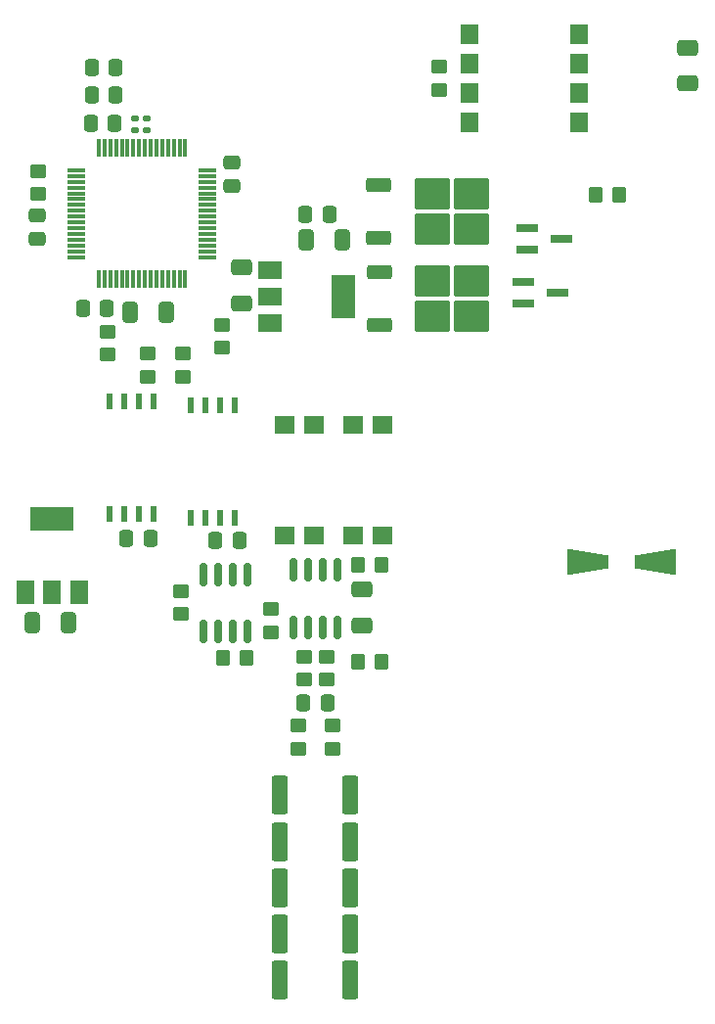
<source format=gbr>
%TF.GenerationSoftware,KiCad,Pcbnew,7.0.9*%
%TF.CreationDate,2024-06-20T22:38:46+05:30*%
%TF.ProjectId,BMS_Master,424d535f-4d61-4737-9465-722e6b696361,rev?*%
%TF.SameCoordinates,Original*%
%TF.FileFunction,Paste,Top*%
%TF.FilePolarity,Positive*%
%FSLAX46Y46*%
G04 Gerber Fmt 4.6, Leading zero omitted, Abs format (unit mm)*
G04 Created by KiCad (PCBNEW 7.0.9) date 2024-06-20 22:38:46*
%MOMM*%
%LPD*%
G01*
G04 APERTURE LIST*
G04 Aperture macros list*
%AMRoundRect*
0 Rectangle with rounded corners*
0 $1 Rounding radius*
0 $2 $3 $4 $5 $6 $7 $8 $9 X,Y pos of 4 corners*
0 Add a 4 corners polygon primitive as box body*
4,1,4,$2,$3,$4,$5,$6,$7,$8,$9,$2,$3,0*
0 Add four circle primitives for the rounded corners*
1,1,$1+$1,$2,$3*
1,1,$1+$1,$4,$5*
1,1,$1+$1,$6,$7*
1,1,$1+$1,$8,$9*
0 Add four rect primitives between the rounded corners*
20,1,$1+$1,$2,$3,$4,$5,0*
20,1,$1+$1,$4,$5,$6,$7,0*
20,1,$1+$1,$6,$7,$8,$9,0*
20,1,$1+$1,$8,$9,$2,$3,0*%
%AMOutline4P*
0 Free polygon, 4 corners , with rotation*
0 The origin of the aperture is its center*
0 number of corners: always 4*
0 $1 to $8 corner X, Y*
0 $9 Rotation angle, in degrees counterclockwise*
0 create outline with 4 corners*
4,1,4,$1,$2,$3,$4,$5,$6,$7,$8,$1,$2,$9*%
G04 Aperture macros list end*
%ADD10R,0.558800X1.473200*%
%ADD11Outline4P,-1.800000X-1.150000X1.800000X-0.550000X1.800000X0.550000X-1.800000X1.150000X180.000000*%
%ADD12Outline4P,-1.800000X-1.150000X1.800000X-0.550000X1.800000X0.550000X-1.800000X1.150000X0.000000*%
%ADD13RoundRect,0.249999X-0.450001X-1.425001X0.450001X-1.425001X0.450001X1.425001X-0.450001X1.425001X0*%
%ADD14RoundRect,0.075000X-0.700000X-0.075000X0.700000X-0.075000X0.700000X0.075000X-0.700000X0.075000X0*%
%ADD15RoundRect,0.075000X-0.075000X-0.700000X0.075000X-0.700000X0.075000X0.700000X-0.075000X0.700000X0*%
%ADD16RoundRect,0.135000X0.185000X-0.135000X0.185000X0.135000X-0.185000X0.135000X-0.185000X-0.135000X0*%
%ADD17R,1.780000X1.500000*%
%ADD18R,1.900000X0.800000*%
%ADD19RoundRect,0.250000X0.412500X0.650000X-0.412500X0.650000X-0.412500X-0.650000X0.412500X-0.650000X0*%
%ADD20RoundRect,0.135000X-0.185000X0.135000X-0.185000X-0.135000X0.185000X-0.135000X0.185000X0.135000X0*%
%ADD21RoundRect,0.250000X-0.450000X0.350000X-0.450000X-0.350000X0.450000X-0.350000X0.450000X0.350000X0*%
%ADD22RoundRect,0.250000X-0.850000X-0.350000X0.850000X-0.350000X0.850000X0.350000X-0.850000X0.350000X0*%
%ADD23RoundRect,0.250000X-1.275000X-1.125000X1.275000X-1.125000X1.275000X1.125000X-1.275000X1.125000X0*%
%ADD24R,2.000000X1.500000*%
%ADD25R,2.000000X3.800000*%
%ADD26RoundRect,0.150000X0.150000X-0.825000X0.150000X0.825000X-0.150000X0.825000X-0.150000X-0.825000X0*%
%ADD27RoundRect,0.250000X-0.350000X-0.450000X0.350000X-0.450000X0.350000X0.450000X-0.350000X0.450000X0*%
%ADD28RoundRect,0.250000X-0.475000X0.337500X-0.475000X-0.337500X0.475000X-0.337500X0.475000X0.337500X0*%
%ADD29RoundRect,0.250000X-0.337500X-0.475000X0.337500X-0.475000X0.337500X0.475000X-0.337500X0.475000X0*%
%ADD30RoundRect,0.250000X-0.650000X0.412500X-0.650000X-0.412500X0.650000X-0.412500X0.650000X0.412500X0*%
%ADD31RoundRect,0.250000X0.475000X-0.337500X0.475000X0.337500X-0.475000X0.337500X-0.475000X-0.337500X0*%
%ADD32RoundRect,0.250000X0.350000X0.450000X-0.350000X0.450000X-0.350000X-0.450000X0.350000X-0.450000X0*%
%ADD33RoundRect,0.250000X0.450000X-0.350000X0.450000X0.350000X-0.450000X0.350000X-0.450000X-0.350000X0*%
%ADD34RoundRect,0.250000X0.337500X0.475000X-0.337500X0.475000X-0.337500X-0.475000X0.337500X-0.475000X0*%
%ADD35RoundRect,0.250000X0.650000X-0.412500X0.650000X0.412500X-0.650000X0.412500X-0.650000X-0.412500X0*%
%ADD36RoundRect,0.250000X-0.412500X-0.650000X0.412500X-0.650000X0.412500X0.650000X-0.412500X0.650000X0*%
%ADD37R,1.500000X2.000000*%
%ADD38R,3.800000X2.000000*%
%ADD39R,1.520000X1.780000*%
%ADD40R,1.520000X1.750000*%
G04 APERTURE END LIST*
D10*
%TO.C,U9*%
X196695000Y-101676800D03*
X197965000Y-101676800D03*
X199235000Y-101676800D03*
X200505000Y-101676800D03*
X200505000Y-91923200D03*
X199235000Y-91923200D03*
X197965000Y-91923200D03*
X196695000Y-91923200D03*
%TD*%
%TO.C,U7*%
X203690000Y-102000000D03*
X204960000Y-102000000D03*
X206230000Y-102000000D03*
X207500000Y-102000000D03*
X207500000Y-92246400D03*
X206230000Y-92246400D03*
X204960000Y-92246400D03*
X203690000Y-92246400D03*
%TD*%
D11*
%TO.C,D4*%
X243900000Y-105800000D03*
D12*
X238100000Y-105800000D03*
%TD*%
D13*
%TO.C,R6*%
X211400000Y-126000000D03*
X217500000Y-126000000D03*
%TD*%
D14*
%TO.C,U13*%
X193825000Y-71950000D03*
X193825000Y-72450000D03*
X193825000Y-72950000D03*
X193825000Y-73450000D03*
X193825000Y-73950000D03*
X193825000Y-74450000D03*
X193825000Y-74950000D03*
X193825000Y-75450000D03*
X193825000Y-75950000D03*
X193825000Y-76450000D03*
X193825000Y-76950000D03*
X193825000Y-77450000D03*
X193825000Y-77950000D03*
X193825000Y-78450000D03*
X193825000Y-78950000D03*
X193825000Y-79450000D03*
D15*
X195750000Y-81375000D03*
X196250000Y-81375000D03*
X196750000Y-81375000D03*
X197250000Y-81375000D03*
X197750000Y-81375000D03*
X198250000Y-81375000D03*
X198750000Y-81375000D03*
X199250000Y-81375000D03*
X199750000Y-81375000D03*
X200250000Y-81375000D03*
X200750000Y-81375000D03*
X201250000Y-81375000D03*
X201750000Y-81375000D03*
X202250000Y-81375000D03*
X202750000Y-81375000D03*
X203250000Y-81375000D03*
D14*
X205175000Y-79450000D03*
X205175000Y-78950000D03*
X205175000Y-78450000D03*
X205175000Y-77950000D03*
X205175000Y-77450000D03*
X205175000Y-76950000D03*
X205175000Y-76450000D03*
X205175000Y-75950000D03*
X205175000Y-75450000D03*
X205175000Y-74950000D03*
X205175000Y-74450000D03*
X205175000Y-73950000D03*
X205175000Y-73450000D03*
X205175000Y-72950000D03*
X205175000Y-72450000D03*
X205175000Y-71950000D03*
D15*
X203250000Y-70025000D03*
X202750000Y-70025000D03*
X202250000Y-70025000D03*
X201750000Y-70025000D03*
X201250000Y-70025000D03*
X200750000Y-70025000D03*
X200250000Y-70025000D03*
X199750000Y-70025000D03*
X199250000Y-70025000D03*
X198750000Y-70025000D03*
X198250000Y-70025000D03*
X197750000Y-70025000D03*
X197250000Y-70025000D03*
X196750000Y-70025000D03*
X196250000Y-70025000D03*
X195750000Y-70025000D03*
%TD*%
D16*
%TO.C,R38*%
X199900000Y-68510000D03*
X199900000Y-67490000D03*
%TD*%
D17*
%TO.C,U5*%
X217800000Y-103500000D03*
X220340000Y-103500000D03*
X220340000Y-93970000D03*
X217800000Y-93970000D03*
%TD*%
D18*
%TO.C,Q2*%
X232800000Y-76950000D03*
X232800000Y-78850000D03*
X235800000Y-77900000D03*
%TD*%
D17*
%TO.C,U6*%
X211860000Y-103530000D03*
X214400000Y-103530000D03*
X214400000Y-94000000D03*
X211860000Y-94000000D03*
%TD*%
D19*
%TO.C,C15*%
X193155000Y-111080000D03*
X190030000Y-111080000D03*
%TD*%
D20*
%TO.C,R39*%
X198900000Y-67490000D03*
X198900000Y-68510000D03*
%TD*%
D21*
%TO.C,R18*%
X202905000Y-108325000D03*
X202905000Y-110325000D03*
%TD*%
D22*
%TO.C,U1*%
X220000000Y-73260000D03*
D23*
X224625000Y-74015000D03*
X224625000Y-77065000D03*
X227975000Y-74015000D03*
X227975000Y-77065000D03*
D22*
X220000000Y-77820000D03*
%TD*%
D24*
%TO.C,U12*%
X210600000Y-80600000D03*
X210600000Y-82900000D03*
D25*
X216900000Y-82900000D03*
D24*
X210600000Y-85200000D03*
%TD*%
D26*
%TO.C,U4*%
X204795000Y-111875000D03*
X206065000Y-111875000D03*
X207335000Y-111875000D03*
X208605000Y-111875000D03*
X208605000Y-106925000D03*
X207335000Y-106925000D03*
X206065000Y-106925000D03*
X204795000Y-106925000D03*
%TD*%
D27*
%TO.C,R19*%
X218200000Y-106100000D03*
X220200000Y-106100000D03*
%TD*%
D28*
%TO.C,C32*%
X190400000Y-75825000D03*
X190400000Y-77900000D03*
%TD*%
D13*
%TO.C,R9*%
X211400000Y-138000000D03*
X217500000Y-138000000D03*
%TD*%
%TO.C,R10*%
X211450000Y-142000000D03*
X217550000Y-142000000D03*
%TD*%
D29*
%TO.C,C30*%
X195162500Y-63100000D03*
X197237500Y-63100000D03*
%TD*%
D18*
%TO.C,Q1*%
X232500000Y-81600000D03*
X232500000Y-83500000D03*
X235500000Y-82550000D03*
%TD*%
D30*
%TO.C,C34*%
X246700000Y-61337500D03*
X246700000Y-64462500D03*
%TD*%
D21*
%TO.C,R13*%
X215500000Y-114000000D03*
X215500000Y-116000000D03*
%TD*%
D13*
%TO.C,R8*%
X211400000Y-134000000D03*
X217500000Y-134000000D03*
%TD*%
D21*
%TO.C,R14*%
X213500000Y-114000000D03*
X213500000Y-116000000D03*
%TD*%
D29*
%TO.C,C31*%
X195162500Y-65400000D03*
X197237500Y-65400000D03*
%TD*%
%TO.C,C29*%
X213662500Y-75800000D03*
X215737500Y-75800000D03*
%TD*%
D31*
%TO.C,C26*%
X207300000Y-73337500D03*
X207300000Y-71262500D03*
%TD*%
D32*
%TO.C,R15*%
X220200000Y-114500000D03*
X218200000Y-114500000D03*
%TD*%
D21*
%TO.C,R23*%
X206400000Y-85300000D03*
X206400000Y-87300000D03*
%TD*%
D27*
%TO.C,R17*%
X206505000Y-114125000D03*
X208505000Y-114125000D03*
%TD*%
D21*
%TO.C,R24*%
X196500000Y-85900000D03*
X196500000Y-87900000D03*
%TD*%
D30*
%TO.C,C6*%
X218500000Y-108175000D03*
X218500000Y-111300000D03*
%TD*%
D21*
%TO.C,R33*%
X225200000Y-63000000D03*
X225200000Y-65000000D03*
%TD*%
D33*
%TO.C,R11*%
X213000000Y-122000000D03*
X213000000Y-120000000D03*
%TD*%
D22*
%TO.C,U2*%
X220025000Y-80735000D03*
D23*
X224650000Y-81490000D03*
X224650000Y-84540000D03*
X228000000Y-81490000D03*
X228000000Y-84540000D03*
D22*
X220025000Y-85295000D03*
%TD*%
D34*
%TO.C,C14*%
X200237500Y-103800000D03*
X198162500Y-103800000D03*
%TD*%
D21*
%TO.C,R29*%
X190500000Y-72000000D03*
X190500000Y-74000000D03*
%TD*%
D13*
%TO.C,R7*%
X211400000Y-130000000D03*
X217500000Y-130000000D03*
%TD*%
D35*
%TO.C,C21*%
X208100000Y-83462500D03*
X208100000Y-80337500D03*
%TD*%
D19*
%TO.C,C22*%
X216862500Y-78000000D03*
X213737500Y-78000000D03*
%TD*%
D36*
%TO.C,C23*%
X198437500Y-84200000D03*
X201562500Y-84200000D03*
%TD*%
D34*
%TO.C,C8*%
X207937500Y-104000000D03*
X205862500Y-104000000D03*
%TD*%
D27*
%TO.C,R36*%
X238800000Y-74100000D03*
X240800000Y-74100000D03*
%TD*%
D21*
%TO.C,R22*%
X203000000Y-87800000D03*
X203000000Y-89800000D03*
%TD*%
D37*
%TO.C,U8*%
X194030000Y-108430000D03*
D38*
X191730000Y-102130000D03*
D37*
X191730000Y-108430000D03*
X189430000Y-108430000D03*
%TD*%
D34*
%TO.C,C24*%
X196437500Y-83900000D03*
X194362500Y-83900000D03*
%TD*%
D29*
%TO.C,C5*%
X213462500Y-118000000D03*
X215537500Y-118000000D03*
%TD*%
D21*
%TO.C,R21*%
X200000000Y-87800000D03*
X200000000Y-89800000D03*
%TD*%
D39*
%TO.C,U10*%
X227840000Y-60190000D03*
D40*
X227840000Y-62730000D03*
D39*
X227840000Y-65270000D03*
X227840000Y-67810000D03*
X237360000Y-67810000D03*
X237360000Y-65270000D03*
X237360000Y-62730000D03*
X237360000Y-60190000D03*
%TD*%
D33*
%TO.C,R12*%
X216000000Y-122000000D03*
X216000000Y-120000000D03*
%TD*%
D21*
%TO.C,R16*%
X210700000Y-109900000D03*
X210700000Y-111900000D03*
%TD*%
D26*
%TO.C,U3*%
X212595000Y-111475000D03*
X213865000Y-111475000D03*
X215135000Y-111475000D03*
X216405000Y-111475000D03*
X216405000Y-106525000D03*
X215135000Y-106525000D03*
X213865000Y-106525000D03*
X212595000Y-106525000D03*
%TD*%
D34*
%TO.C,C27*%
X197137500Y-67900000D03*
X195062500Y-67900000D03*
%TD*%
M02*

</source>
